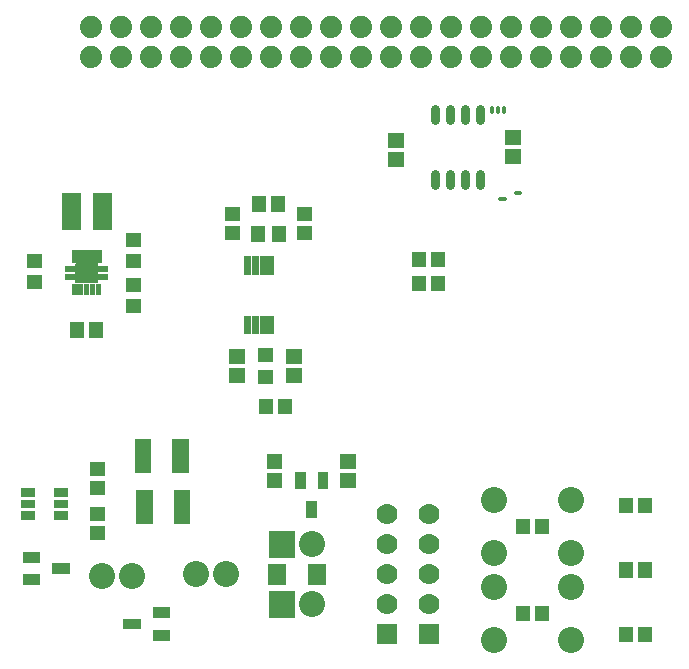
<source format=gbs>
G04 Layer: BottomSolderMaskLayer*
G04 EasyEDA v6.3.39, 2020-04-29T00:00:54+01:00*
G04 38e1d9d995c248c0af5722392e401878,0b17d191cf8f41b9921c3230ced7432e,10*
G04 Gerber Generator version 0.2*
G04 Scale: 100 percent, Rotated: No, Reflected: No *
G04 Dimensions in millimeters *
G04 leading zeros omitted , absolute positions ,3 integer and 3 decimal *
%FSLAX33Y33*%
%MOMM*%
G90*
G71D02*

%ADD47C,2.203196*%
%ADD50C,1.879600*%
%ADD52C,1.778000*%
%ADD53R,1.778000X1.778000*%
%ADD58C,0.355600*%
%ADD59C,0.803199*%

%LPD*%
G54D58*
G01X42278Y46530D02*
G01X42278Y46814D01*
G01X42278Y46883D01*
G01X43294Y46530D02*
G01X43294Y46883D01*
G01X42786Y46530D02*
G01X42786Y46883D01*
G01X42976Y39164D02*
G01X43357Y39164D01*
G01X44310Y39672D02*
G01X44691Y39672D01*
G54D59*
G01X37452Y45889D02*
G01X37452Y46809D01*
G01X38722Y45889D02*
G01X38722Y46809D01*
G01X39992Y45889D02*
G01X39992Y46809D01*
G01X41262Y45889D02*
G01X41262Y46809D01*
G01X37452Y40409D02*
G01X37452Y41329D01*
G01X38722Y40409D02*
G01X38722Y41329D01*
G01X39992Y40409D02*
G01X39992Y41329D01*
G01X41262Y40409D02*
G01X41262Y41329D01*
G36*
G01X22588Y20985D02*
G01X22588Y22291D01*
G01X23792Y22291D01*
G01X23792Y20985D01*
G01X22588Y20985D01*
G37*
G36*
G01X24188Y20985D02*
G01X24188Y22291D01*
G01X25392Y22291D01*
G01X25392Y20985D01*
G01X24188Y20985D01*
G37*
G36*
G01X5082Y7470D02*
G01X5082Y8374D01*
G01X6535Y8374D01*
G01X6535Y7470D01*
G01X5082Y7470D01*
G37*
G36*
G01X2583Y8420D02*
G01X2583Y9324D01*
G01X4036Y9324D01*
G01X4036Y8420D01*
G01X2583Y8420D01*
G37*
G36*
G01X2583Y6520D02*
G01X2583Y7424D01*
G01X4036Y7424D01*
G01X4036Y6520D01*
G01X2583Y6520D01*
G37*
G36*
G01X6586Y27462D02*
G01X6586Y28768D01*
G01X7790Y28768D01*
G01X7790Y27462D01*
G01X6586Y27462D01*
G37*
G36*
G01X8186Y27462D02*
G01X8186Y28768D01*
G01X9390Y28768D01*
G01X9390Y27462D01*
G01X8186Y27462D01*
G37*
G36*
G01X29433Y14775D02*
G01X29433Y15979D01*
G01X30739Y15979D01*
G01X30739Y14775D01*
G01X29433Y14775D01*
G37*
G36*
G01X29433Y16375D02*
G01X29433Y17579D01*
G01X30739Y17579D01*
G01X30739Y16375D01*
G01X29433Y16375D01*
G37*
G36*
G01X45905Y10822D02*
G01X45905Y12128D01*
G01X47109Y12128D01*
G01X47109Y10822D01*
G01X45905Y10822D01*
G37*
G36*
G01X44305Y10822D02*
G01X44305Y12128D01*
G01X45509Y12128D01*
G01X45509Y10822D01*
G01X44305Y10822D01*
G37*
G36*
G01X8224Y10330D02*
G01X8224Y11534D01*
G01X9530Y11534D01*
G01X9530Y10330D01*
G01X8224Y10330D01*
G37*
G36*
G01X8224Y11930D02*
G01X8224Y13134D01*
G01X9530Y13134D01*
G01X9530Y11930D01*
G01X8224Y11930D01*
G37*
G36*
G01X35542Y31399D02*
G01X35542Y32705D01*
G01X36746Y32705D01*
G01X36746Y31399D01*
G01X35542Y31399D01*
G37*
G36*
G01X37142Y31399D02*
G01X37142Y32705D01*
G01X38346Y32705D01*
G01X38346Y31399D01*
G01X37142Y31399D01*
G37*
G36*
G01X35542Y33431D02*
G01X35542Y34737D01*
G01X36746Y34737D01*
G01X36746Y33431D01*
G01X35542Y33431D01*
G37*
G36*
G01X37142Y33431D02*
G01X37142Y34737D01*
G01X38346Y34737D01*
G01X38346Y33431D01*
G01X37142Y33431D01*
G37*
G36*
G01X45905Y3456D02*
G01X45905Y4762D01*
G01X47109Y4762D01*
G01X47109Y3456D01*
G01X45905Y3456D01*
G37*
G36*
G01X44305Y3456D02*
G01X44305Y4762D01*
G01X45509Y4762D01*
G01X45509Y3456D01*
G01X44305Y3456D01*
G37*
G36*
G01X12037Y15994D02*
G01X12037Y18897D01*
G01X13439Y18897D01*
G01X13439Y15994D01*
G01X12037Y15994D01*
G37*
G36*
G01X15237Y15994D02*
G01X15237Y18897D01*
G01X16639Y18897D01*
G01X16639Y15994D01*
G01X15237Y15994D01*
G37*
G36*
G01X26715Y6563D02*
G01X26715Y8265D01*
G01X28219Y8265D01*
G01X28219Y6563D01*
G01X26715Y6563D01*
G37*
G36*
G01X23317Y6563D02*
G01X23317Y8265D01*
G01X24820Y8265D01*
G01X24820Y6563D01*
G01X23317Y6563D01*
G37*
G36*
G01X23210Y14775D02*
G01X23210Y15979D01*
G01X24516Y15979D01*
G01X24516Y14775D01*
G01X23210Y14775D01*
G37*
G36*
G01X23210Y16375D02*
G01X23210Y17579D01*
G01X24516Y17579D01*
G01X24516Y16375D01*
G01X23210Y16375D01*
G37*
G36*
G01X53068Y1681D02*
G01X53068Y2987D01*
G01X54272Y2987D01*
G01X54272Y1681D01*
G01X53068Y1681D01*
G37*
G36*
G01X54668Y1681D02*
G01X54668Y2987D01*
G01X55872Y2987D01*
G01X55872Y1681D01*
G01X54668Y1681D01*
G37*
G36*
G01X53068Y7142D02*
G01X53068Y8448D01*
G01X54272Y8448D01*
G01X54272Y7142D01*
G01X53068Y7142D01*
G37*
G36*
G01X54668Y7142D02*
G01X54668Y8448D01*
G01X55872Y8448D01*
G01X55872Y7142D01*
G01X54668Y7142D01*
G37*
G36*
G01X53068Y12603D02*
G01X53068Y13909D01*
G01X54272Y13909D01*
G01X54272Y12603D01*
G01X53068Y12603D01*
G37*
G36*
G01X54668Y12603D02*
G01X54668Y13909D01*
G01X55872Y13909D01*
G01X55872Y12603D01*
G01X54668Y12603D01*
G37*
G36*
G01X15364Y11676D02*
G01X15364Y14579D01*
G01X16766Y14579D01*
G01X16766Y11676D01*
G01X15364Y11676D01*
G37*
G36*
G01X12164Y11676D02*
G01X12164Y14579D01*
G01X13566Y14579D01*
G01X13566Y11676D01*
G01X12164Y11676D01*
G37*
G36*
G01X6715Y33815D02*
G01X6715Y34866D01*
G01X7259Y34866D01*
G01X7259Y33815D01*
G01X6715Y33815D01*
G37*
G36*
G01X7216Y33815D02*
G01X7216Y34866D01*
G01X7759Y34866D01*
G01X7759Y33815D01*
G01X7216Y33815D01*
G37*
G36*
G01X7716Y33815D02*
G01X7716Y34866D01*
G01X8260Y34866D01*
G01X8260Y33815D01*
G01X7716Y33815D01*
G37*
G36*
G01X8216Y33815D02*
G01X8216Y34866D01*
G01X8760Y34866D01*
G01X8760Y33815D01*
G01X8216Y33815D01*
G37*
G36*
G01X8717Y33815D02*
G01X8717Y34866D01*
G01X9260Y34866D01*
G01X9260Y33815D01*
G01X8717Y33815D01*
G37*
G36*
G01X8770Y31038D02*
G01X8770Y32042D01*
G01X9204Y32042D01*
G01X9204Y31038D01*
G01X8770Y31038D01*
G37*
G36*
G01X8272Y31038D02*
G01X8272Y32042D01*
G01X8704Y32042D01*
G01X8704Y31038D01*
G01X8272Y31038D01*
G37*
G36*
G01X7772Y31038D02*
G01X7772Y32042D01*
G01X8204Y32042D01*
G01X8204Y31038D01*
G01X7772Y31038D01*
G37*
G36*
G01X7007Y32080D02*
G01X7007Y32369D01*
G01X6177Y32369D01*
G01X6177Y32862D01*
G01X7007Y32862D01*
G01X7007Y33020D01*
G01X6177Y33020D01*
G01X6177Y33512D01*
G01X6997Y33512D01*
G01X6997Y33743D01*
G01X7056Y33802D01*
G01X8978Y33802D01*
G01X8978Y33512D01*
G01X9799Y33512D01*
G01X9799Y33020D01*
G01X8978Y33020D01*
G01X8978Y32862D01*
G01X9799Y32862D01*
G01X9799Y32369D01*
G01X8978Y32369D01*
G01X8978Y32080D01*
G01X7007Y32080D01*
G37*
G36*
G01X6771Y31038D02*
G01X6771Y32042D01*
G01X7205Y32042D01*
G01X7205Y31038D01*
G01X6771Y31038D01*
G37*
G36*
G01X7272Y31038D02*
G01X7272Y32042D01*
G01X7703Y32042D01*
G01X7703Y31038D01*
G01X7272Y31038D01*
G37*
G36*
G01X5887Y36545D02*
G01X5887Y39751D01*
G01X7490Y39751D01*
G01X7490Y36545D01*
G01X5887Y36545D01*
G37*
G36*
G01X8486Y36545D02*
G01X8486Y39751D01*
G01X10088Y39751D01*
G01X10088Y36545D01*
G01X8486Y36545D01*
G37*
G36*
G01X23263Y27734D02*
G01X23263Y29334D01*
G01X23873Y29334D01*
G01X23873Y27734D01*
G01X23263Y27734D01*
G37*
G36*
G01X22613Y27734D02*
G01X22613Y29334D01*
G01X23223Y29334D01*
G01X23223Y27734D01*
G01X22613Y27734D01*
G37*
G36*
G01X21963Y27734D02*
G01X21963Y29334D01*
G01X22572Y29334D01*
G01X22572Y27734D01*
G01X21963Y27734D01*
G37*
G36*
G01X21313Y27734D02*
G01X21313Y29334D01*
G01X21922Y29334D01*
G01X21922Y27734D01*
G01X21313Y27734D01*
G37*
G36*
G01X21313Y32738D02*
G01X21313Y34338D01*
G01X21922Y34338D01*
G01X21922Y32738D01*
G01X21313Y32738D01*
G37*
G36*
G01X21963Y32738D02*
G01X21963Y34338D01*
G01X22572Y34338D01*
G01X22572Y32738D01*
G01X21963Y32738D01*
G37*
G36*
G01X22613Y32738D02*
G01X22613Y34338D01*
G01X23223Y34338D01*
G01X23223Y32738D01*
G01X22613Y32738D01*
G37*
G36*
G01X23263Y32738D02*
G01X23263Y34338D01*
G01X23873Y34338D01*
G01X23873Y32738D01*
G01X23263Y32738D01*
G37*
G36*
G01X5229Y12057D02*
G01X5229Y12809D01*
G01X6433Y12809D01*
G01X6433Y12057D01*
G01X5229Y12057D01*
G37*
G36*
G01X5229Y13007D02*
G01X5229Y13759D01*
G01X6433Y13759D01*
G01X6433Y13007D01*
G01X5229Y13007D01*
G37*
G36*
G01X5229Y13957D02*
G01X5229Y14709D01*
G01X6433Y14709D01*
G01X6433Y13957D01*
G01X5229Y13957D01*
G37*
G36*
G01X2430Y13957D02*
G01X2430Y14709D01*
G01X3634Y14709D01*
G01X3634Y13957D01*
G01X2430Y13957D01*
G37*
G36*
G01X2430Y13007D02*
G01X2430Y13759D01*
G01X3634Y13759D01*
G01X3634Y13007D01*
G01X2430Y13007D01*
G37*
G36*
G01X2430Y12057D02*
G01X2430Y12809D01*
G01X3634Y12809D01*
G01X3634Y12057D01*
G01X2430Y12057D01*
G37*
G36*
G01X8224Y14140D02*
G01X8224Y15344D01*
G01X9530Y15344D01*
G01X9530Y14140D01*
G01X8224Y14140D01*
G37*
G36*
G01X8224Y15740D02*
G01X8224Y16944D01*
G01X9530Y16944D01*
G01X9530Y15740D01*
G01X8224Y15740D01*
G37*
G36*
G01X20035Y25265D02*
G01X20035Y26469D01*
G01X21341Y26469D01*
G01X21341Y25265D01*
G01X20035Y25265D01*
G37*
G36*
G01X20035Y23665D02*
G01X20035Y24869D01*
G01X21341Y24869D01*
G01X21341Y23665D01*
G01X20035Y23665D01*
G37*
G36*
G01X24861Y23665D02*
G01X24861Y24869D01*
G01X26167Y24869D01*
G01X26167Y23665D01*
G01X24861Y23665D01*
G37*
G36*
G01X24861Y25265D02*
G01X24861Y26469D01*
G01X26167Y26469D01*
G01X26167Y25265D01*
G01X24861Y25265D01*
G37*
G36*
G01X26586Y12169D02*
G01X26586Y13622D01*
G01X27490Y13622D01*
G01X27490Y12169D01*
G01X26586Y12169D01*
G37*
G36*
G01X27536Y14668D02*
G01X27536Y16121D01*
G01X28440Y16121D01*
G01X28440Y14668D01*
G01X27536Y14668D01*
G37*
G36*
G01X25636Y14668D02*
G01X25636Y16121D01*
G01X26540Y16121D01*
G01X26540Y14668D01*
G01X25636Y14668D01*
G37*
G36*
G01X11092Y2771D02*
G01X11092Y3675D01*
G01X12545Y3675D01*
G01X12545Y2771D01*
G01X11092Y2771D01*
G37*
G36*
G01X13591Y1821D02*
G01X13591Y2725D01*
G01X15044Y2725D01*
G01X15044Y1821D01*
G01X13591Y1821D01*
G37*
G36*
G01X13591Y3721D02*
G01X13591Y4625D01*
G01X15044Y4625D01*
G01X15044Y3721D01*
G01X13591Y3721D01*
G37*
G36*
G01X23553Y38130D02*
G01X23553Y39436D01*
G01X24757Y39436D01*
G01X24757Y38130D01*
G01X23553Y38130D01*
G37*
G36*
G01X21953Y38130D02*
G01X21953Y39436D01*
G01X23157Y39436D01*
G01X23157Y38130D01*
G01X21953Y38130D01*
G37*
G36*
G01X11272Y31333D02*
G01X11272Y32537D01*
G01X12578Y32537D01*
G01X12578Y31333D01*
G01X11272Y31333D01*
G37*
G36*
G01X11272Y29535D02*
G01X11272Y30736D01*
G01X12578Y30736D01*
G01X12578Y29535D01*
G01X11272Y29535D01*
G37*
G36*
G01X11272Y33345D02*
G01X11272Y34549D01*
G01X12578Y34549D01*
G01X12578Y33345D01*
G01X11272Y33345D01*
G37*
G36*
G01X11272Y35145D02*
G01X11272Y36347D01*
G01X12578Y36347D01*
G01X12578Y35145D01*
G01X11272Y35145D01*
G37*
G36*
G01X2890Y31567D02*
G01X2890Y32771D01*
G01X4196Y32771D01*
G01X4196Y31567D01*
G01X2890Y31567D01*
G37*
G36*
G01X2890Y33367D02*
G01X2890Y34569D01*
G01X4196Y34569D01*
G01X4196Y33367D01*
G01X2890Y33367D01*
G37*
G36*
G01X22448Y25364D02*
G01X22448Y26568D01*
G01X23754Y26568D01*
G01X23754Y25364D01*
G01X22448Y25364D01*
G37*
G36*
G01X22448Y23566D02*
G01X22448Y24767D01*
G01X23754Y24767D01*
G01X23754Y23566D01*
G01X22448Y23566D01*
G37*
G36*
G01X23652Y35590D02*
G01X23652Y36896D01*
G01X24856Y36896D01*
G01X24856Y35590D01*
G01X23652Y35590D01*
G37*
G36*
G01X21854Y35590D02*
G01X21854Y36896D01*
G01X23055Y36896D01*
G01X23055Y35590D01*
G01X21854Y35590D01*
G37*
G36*
G01X25750Y37330D02*
G01X25750Y38534D01*
G01X27056Y38534D01*
G01X27056Y37330D01*
G01X25750Y37330D01*
G37*
G36*
G01X25750Y35730D02*
G01X25750Y36934D01*
G01X27056Y36934D01*
G01X27056Y35730D01*
G01X25750Y35730D01*
G37*
G36*
G01X19654Y35730D02*
G01X19654Y36934D01*
G01X20960Y36934D01*
G01X20960Y35730D01*
G01X19654Y35730D01*
G37*
G36*
G01X19654Y37330D02*
G01X19654Y38534D01*
G01X20960Y38534D01*
G01X20960Y37330D01*
G01X19654Y37330D01*
G37*
G36*
G01X33497Y43553D02*
G01X33497Y44757D01*
G01X34803Y44757D01*
G01X34803Y43553D01*
G01X33497Y43553D01*
G37*
G36*
G01X33497Y41953D02*
G01X33497Y43157D01*
G01X34803Y43157D01*
G01X34803Y41953D01*
G01X33497Y41953D01*
G37*
G36*
G01X43403Y43807D02*
G01X43403Y45011D01*
G01X44709Y45011D01*
G01X44709Y43807D01*
G01X43403Y43807D01*
G37*
G36*
G01X43403Y42207D02*
G01X43403Y43411D01*
G01X44709Y43411D01*
G01X44709Y42207D01*
G01X43403Y42207D01*
G37*
G36*
G01X23395Y3771D02*
G01X23395Y5976D01*
G01X25600Y5976D01*
G01X25600Y3771D01*
G01X23395Y3771D01*
G37*
G54D47*
G01X27038Y4874D03*
G54D50*
G01X8370Y51230D03*
G01X8370Y53769D03*
G01X10910Y51230D03*
G01X10910Y53769D03*
G01X13450Y51230D03*
G01X13450Y53769D03*
G01X15990Y51230D03*
G01X15990Y53769D03*
G01X18530Y51230D03*
G01X18530Y53769D03*
G01X21070Y51230D03*
G01X21070Y53769D03*
G01X23610Y51230D03*
G01X23610Y53769D03*
G01X26150Y51230D03*
G01X26150Y53769D03*
G01X28690Y51230D03*
G01X28690Y53769D03*
G01X31230Y51230D03*
G01X31230Y53769D03*
G01X33769Y51230D03*
G01X33769Y53769D03*
G01X36309Y51230D03*
G01X36309Y53769D03*
G01X38849Y51230D03*
G01X38849Y53769D03*
G01X41389Y51230D03*
G01X41389Y53769D03*
G01X43929Y51230D03*
G01X43929Y53769D03*
G01X46469Y51230D03*
G01X46469Y53769D03*
G01X49009Y51230D03*
G01X49009Y53769D03*
G01X51549Y51230D03*
G01X51549Y53769D03*
G01X54089Y51230D03*
G01X54089Y53769D03*
G01X56629Y51230D03*
G01X56629Y53769D03*
G54D47*
G01X42457Y9228D03*
G01X48957Y9228D03*
G01X48957Y13728D03*
G01X42457Y13728D03*
G01X42457Y1862D03*
G01X48957Y1862D03*
G01X48957Y6362D03*
G01X42457Y6362D03*
G54D52*
G01X33388Y12494D03*
G01X33388Y9954D03*
G01X33388Y7414D03*
G01X33388Y4874D03*
G54D53*
G01X33388Y2334D03*
G54D52*
G01X36944Y12494D03*
G01X36944Y9954D03*
G01X36944Y7414D03*
G01X36944Y4874D03*
G54D53*
G01X36944Y2334D03*
G36*
G01X23395Y8851D02*
G01X23395Y11056D01*
G01X25600Y11056D01*
G01X25600Y8851D01*
G01X23395Y8851D01*
G37*
G54D47*
G01X27038Y9954D03*
G01X9258Y7287D03*
G01X11798Y7287D03*
G01X17259Y7414D03*
G01X19799Y7414D03*
M00*
M02*

</source>
